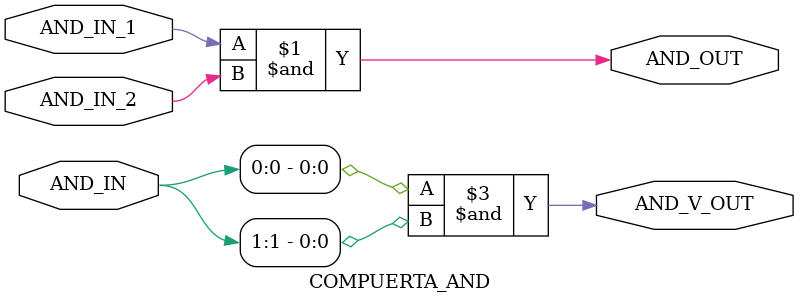
<source format=v>

module COMPUERTA_AND(
	// Entradas de un AND de 1 BIT
	input AND_IN_1,
	input AND_IN_2,
	// Entrada en forma de vector
	input[1:0] AND_IN,
	// Salida de AND de bit individuales
	output AND_OUT,
	// Salida de AND de entrada en forma de vector
	output reg AND_V_OUT
);

// Evaluacion de salida 
assign AND_OUT = AND_IN_1 & AND_IN_2;
// Evaluacion usando ALWAYS
always@(AND_IN)
begin
	AND_V_OUT = AND_IN[0] & AND_IN[1];
end
endmodule

</source>
